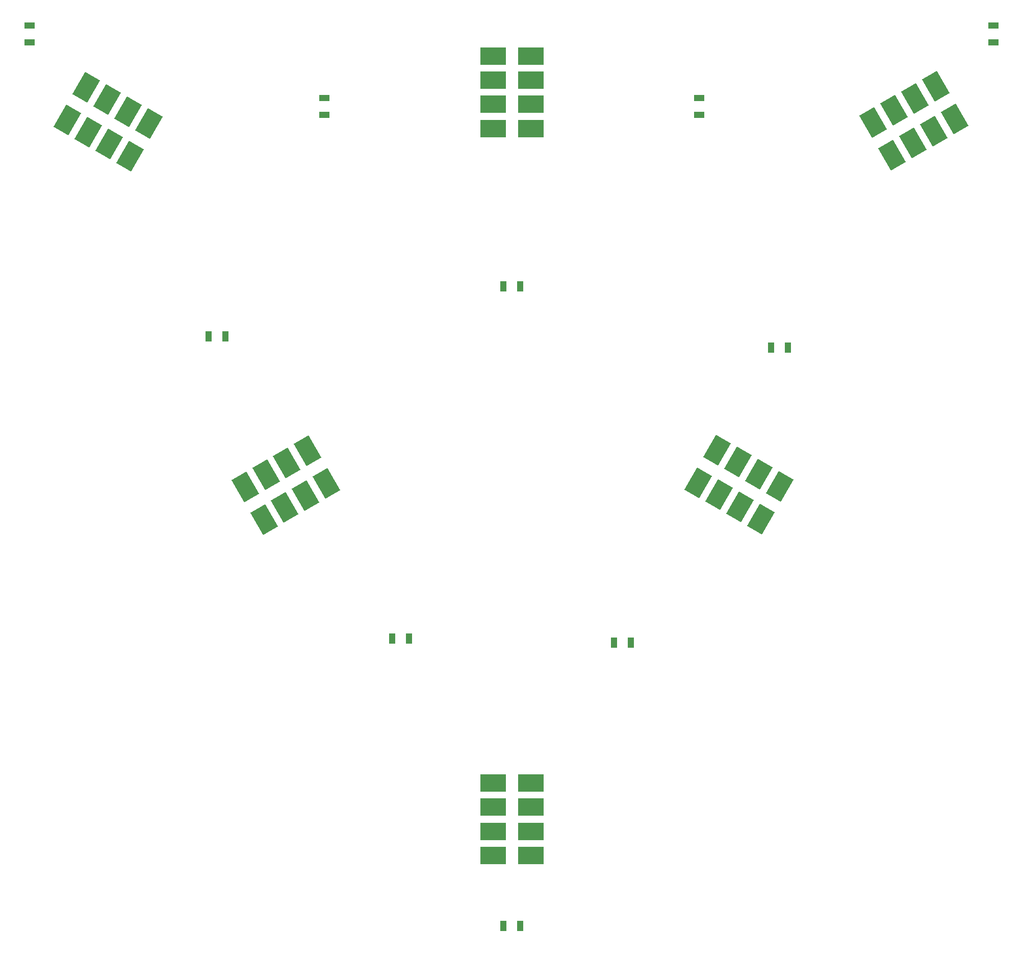
<source format=gbp>
%FSLAX25Y25*%
%MOIN*%
G70*
G01*
G75*
G04 Layer_Color=6049101*
%ADD10P,0.08352X4X90.0*%
%ADD11P,0.08352X4X180.0*%
%ADD12C,0.05000*%
%ADD13C,0.02500*%
%ADD14C,0.16500*%
%ADD15C,0.04000*%
%ADD16C,0.12500*%
%ADD17R,0.05000X0.08000*%
%ADD18R,0.08000X0.05000*%
G04:AMPARAMS|DCode=19|XSize=122.05mil|YSize=177.16mil|CornerRadius=0mil|HoleSize=0mil|Usage=FLASHONLY|Rotation=210.000|XOffset=0mil|YOffset=0mil|HoleType=Round|Shape=Rectangle|*
%AMROTATEDRECTD19*
4,1,4,0.00856,0.10723,0.09714,-0.04620,-0.00856,-0.10723,-0.09714,0.04620,0.00856,0.10723,0.0*
%
%ADD19ROTATEDRECTD19*%

G04:AMPARAMS|DCode=20|XSize=122.05mil|YSize=177.16mil|CornerRadius=0mil|HoleSize=0mil|Usage=FLASHONLY|Rotation=150.000|XOffset=0mil|YOffset=0mil|HoleType=Round|Shape=Rectangle|*
%AMROTATEDRECTD20*
4,1,4,0.09714,0.04620,0.00856,-0.10723,-0.09714,-0.04620,-0.00856,0.10723,0.09714,0.04620,0.0*
%
%ADD20ROTATEDRECTD20*%

%ADD21R,0.17716X0.12205*%
%ADD22C,0.01000*%
%ADD23C,0.01200*%
%ADD24C,0.01500*%
%ADD25P,0.06937X4X90.0*%
%ADD26P,0.06937X4X180.0*%
%ADD27R,0.04000X0.07000*%
%ADD28R,0.07000X0.04000*%
G04:AMPARAMS|DCode=29|XSize=112.05mil|YSize=167.16mil|CornerRadius=0mil|HoleSize=0mil|Usage=FLASHONLY|Rotation=210.000|XOffset=0mil|YOffset=0mil|HoleType=Round|Shape=Rectangle|*
%AMROTATEDRECTD29*
4,1,4,0.00673,0.10040,0.09031,-0.04437,-0.00673,-0.10040,-0.09031,0.04437,0.00673,0.10040,0.0*
%
%ADD29ROTATEDRECTD29*%

G04:AMPARAMS|DCode=30|XSize=112.05mil|YSize=167.16mil|CornerRadius=0mil|HoleSize=0mil|Usage=FLASHONLY|Rotation=150.000|XOffset=0mil|YOffset=0mil|HoleType=Round|Shape=Rectangle|*
%AMROTATEDRECTD30*
4,1,4,0.09031,0.04437,0.00673,-0.10040,-0.09031,-0.04437,-0.00673,0.10040,0.09031,0.04437,0.0*
%
%ADD30ROTATEDRECTD30*%

%ADD31R,0.16716X0.11205*%
D27*
X925500Y452500D02*
D03*
X914500D02*
D03*
X998000Y637500D02*
D03*
X987000D02*
D03*
X842000Y640000D02*
D03*
X853000D02*
D03*
X722000Y837500D02*
D03*
X733000D02*
D03*
X925500Y870000D02*
D03*
X914500D02*
D03*
X1100500Y830000D02*
D03*
X1089500D02*
D03*
D28*
X1235000Y1040500D02*
D03*
Y1029500D02*
D03*
X1042500Y993000D02*
D03*
Y982000D02*
D03*
X797500Y993000D02*
D03*
Y982000D02*
D03*
X605000Y1029500D02*
D03*
Y1040500D02*
D03*
D29*
X1156362Y977126D02*
D03*
X1170000Y985000D02*
D03*
X1183638Y992874D02*
D03*
X1168665Y955816D02*
D03*
X1182303Y963690D02*
D03*
X1195941Y971564D02*
D03*
X1197276Y1000748D02*
D03*
X1209579Y979438D02*
D03*
X799000Y741500D02*
D03*
X785362Y733626D02*
D03*
X771724Y725752D02*
D03*
X786697Y762810D02*
D03*
X773059Y754936D02*
D03*
X759420Y747062D02*
D03*
X758085Y717878D02*
D03*
X745782Y739188D02*
D03*
D30*
X1054224Y763248D02*
D03*
X1067862Y755374D02*
D03*
X1081500Y747500D02*
D03*
X1041920Y741938D02*
D03*
X1055559Y734064D02*
D03*
X1069197Y726190D02*
D03*
X1095138Y739626D02*
D03*
X1082835Y718316D02*
D03*
X642027Y1000058D02*
D03*
X629724Y978748D02*
D03*
X655665Y992184D02*
D03*
X669303Y984310D02*
D03*
X682941Y976436D02*
D03*
X643362Y970874D02*
D03*
X657000Y963000D02*
D03*
X670638Y955126D02*
D03*
D31*
X932606Y1020496D02*
D03*
X908000D02*
D03*
X932606Y1004748D02*
D03*
Y989000D02*
D03*
Y973252D02*
D03*
X908000Y1004748D02*
D03*
Y989000D02*
D03*
Y973252D02*
D03*
X907894Y498500D02*
D03*
X932500D02*
D03*
X907894Y514248D02*
D03*
Y529996D02*
D03*
Y545744D02*
D03*
X932500Y514248D02*
D03*
Y529996D02*
D03*
Y545744D02*
D03*
M02*

</source>
